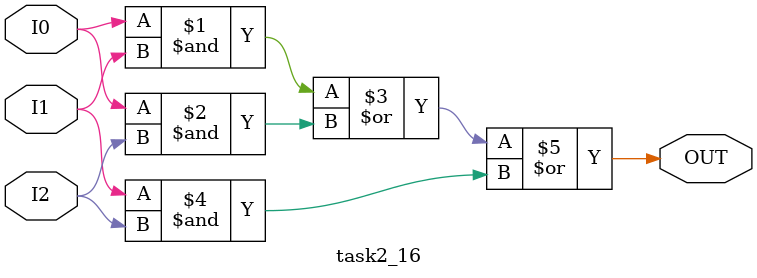
<source format=v>
module task2_16(OUT, I0, I1, I2);
    parameter WID = 1;
    input [WID-1:0] I0, I1, I2;
    output [WID-1:0] OUT;

    assign OUT = I0 & I1 | I0 & I2 | I1 & I2;
endmodule
</source>
